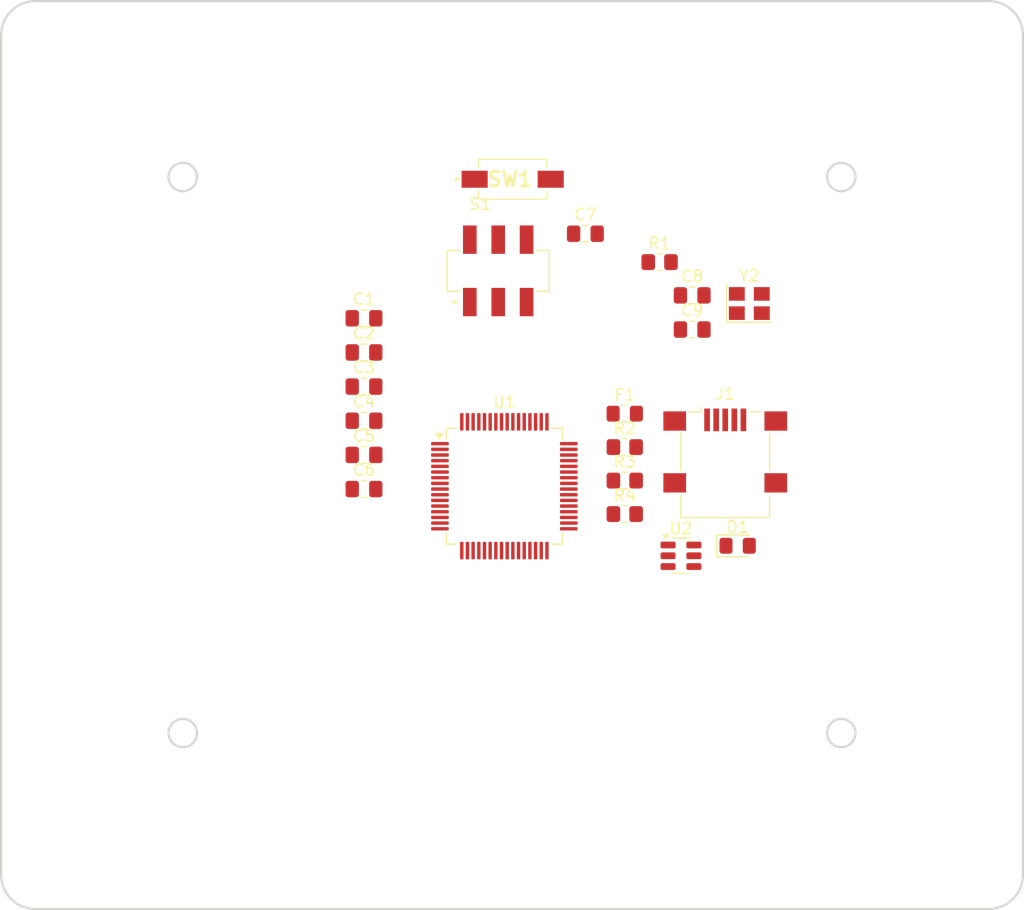
<source format=kicad_pcb>
(kicad_pcb (version 20241229) (generator "pcbnew") (generator_version "9.0")
  (layers (0 "F.Cu" signal) (2 "B.Cu" signal) (13 "F.Paste" user) (15 "B.Paste" user) (5 "F.SilkS" user "F.Silkscreen") (7 "B.SilkS" user "B.Silkscreen") (1 "F.Mask" user) (3 "B.Mask" user) (25 "Edge.Cuts" user))
  (net 0 "")
  (net 47 "/RESET")
  (net 54 "+3.3V")
  (net 55 "GND")
  (net 59 "/BOOT")
  (net 60 "Net-(R1-Pad2)")
  (net 61 "/OSC_OUT")
  (net 62 "/OSC_IN")
  (net 63 "Net-(D1-A)")
  (net 64 "Vusb")
  (net 65 "Net-(J1-VBUS)")
  (net 69 "/D+")
  (net 72 "/D-")
  (net 73 "/USB_CONN_D+")
  (net 74 "/USB_CONN_D-")
  (net 75 "/USB_D+")
  (net 76 "/USB_D-")
  (footprint "Resistor_SMD:R_0805_2012Metric_Pad1.20x1.40mm_HandSolder" (layer "F.Cu") (at 121.93 93.255)
    (property "Reference" "R3" (at 0 -1.65 0) (layer "F.SilkS"))
    (property "Value" "22")
    (fp_line (start -0.227064 -0.735) (end 0.227064 -0.735) (stroke (width 0.12)) (layer "F.SilkS"))
    (fp_line (start -0.227064 0.735) (end 0.227064 0.735) (stroke (width 0.12)) (layer "F.SilkS"))
    (pad "1" smd roundrect (at -1 0) (size 1.2 1.4) (layers "F.Cu" "F.Mask" "F.Paste") (roundrect_rratio 0.208333) (net 72 "/D-"))
    (pad "2" smd roundrect (at 1 0) (size 1.2 1.4) (layers "F.Cu" "F.Mask" "F.Paste") (roundrect_rratio 0.208333) (net 74 "/USB_CONN_D-"))
  )
  (footprint "SW_uP_Reset:SW_uP_Reset" (layer "F.Cu") (at 112.0575 66.695)
    (property "Reference" "SW1" (at -0.25 0 0) (layer "F.SilkS") (effects (font (size 1.27 1.27) (thickness 0.254))))
    (property "Value" "SW_uP_RESET" (hide yes))
    (fp_line (start -4.9 -0.1) (end -4.9 -0.1) (stroke (width 0.2)) (layer "F.SilkS"))
    (fp_line (start -4.9 0.1) (end -4.9 0.1) (stroke (width 0.2)) (layer "F.SilkS"))
    (fp_line (start -3 -1.75) (end 3 -1.75) (stroke (width 0.1)) (layer "F.SilkS"))
    (fp_line (start -3 -1) (end -3 -1.75) (stroke (width 0.1)) (layer "F.SilkS"))
    (fp_line (start -3 1) (end -3 1.75) (stroke (width 0.1)) (layer "F.SilkS"))
    (fp_line (start -3 1.75) (end 3 1.75) (stroke (width 0.1)) (layer "F.SilkS"))
    (fp_line (start 3 -1.75) (end 3 -1) (stroke (width 0.1)) (layer "F.SilkS"))
    (fp_line (start 3 1.75) (end 3 1) (stroke (width 0.1)) (layer "F.SilkS"))
    (fp_arc (start -4.9 -0.1) (mid -4.8 0) (end -4.9 0.1) (stroke (width 0.2)) (layer "F.SilkS"))
    (fp_arc (start -4.9 0.1) (mid -5 0) (end -4.9 -0.1) (stroke (width 0.2)) (layer "F.SilkS"))
    (pad "1" smd rect (at -3.35 0 90) (size 1.5 2.3) (layers "F.Cu" "F.Mask" "F.Paste") (net 55 "GND"))
    (pad "2" smd rect (at 3.35 0 90) (size 1.5 2.3) (layers "F.Cu" "F.Mask" "F.Paste") (net 47 "/RESET"))
  )
  (footprint "uP_reset_Button:SW_JS202011SCQN" (layer "F.Cu") (at 110.7825 74.77)
    (property "Reference" "S1" (at -1.575 -5.885 0) (layer "F.SilkS"))
    (property "Value" "JS202011SCQN")
    (fp_line (start -4.5 -1.8) (end -4.5 1.8) (stroke (width 0.127)) (layer "F.SilkS"))
    (fp_line (start -4.5 1.8) (end -3.42 1.8) (stroke (width 0.127)) (layer "F.SilkS"))
    (fp_line (start -3.42 -1.8) (end -4.5 -1.8) (stroke (width 0.127)) (layer "F.SilkS"))
    (fp_line (start 3.42 1.8) (end 4.5 1.8) (stroke (width 0.127)) (layer "F.SilkS"))
    (fp_line (start 4.5 -1.8) (end 3.42 -1.8) (stroke (width 0.127)) (layer "F.SilkS"))
    (fp_line (start 4.5 1.8) (end 4.5 -1.8) (stroke (width 0.127)) (layer "F.SilkS"))
    (fp_circle (center -3.84 2.75) (end -3.74 2.75) (stroke (width 0.2)) (fill no) (layer "F.SilkS"))
    (pad "1" smd rect (at -2.5 2.75) (size 1.2 2.5) (layers "F.Cu" "F.Mask" "F.Paste") (net 54 "+3.3V"))
    (pad "2" smd rect (at 0 2.75) (size 1.2 2.5) (layers "F.Cu" "F.Mask" "F.Paste") (net 60 "Net-(R1-Pad2)"))
    (pad "3" smd rect (at 2.5 2.75) (size 1.2 2.5) (layers "F.Cu" "F.Mask" "F.Paste") (net 55 "GND"))
    (pad "4" smd rect (at -2.5 -2.75) (size 1.2 2.5) (layers "F.Cu" "F.Mask" "F.Paste"))
    (pad "5" smd rect (at 0 -2.75) (size 1.2 2.5) (layers "F.Cu" "F.Mask" "F.Paste"))
    (pad "6" smd rect (at 2.5 -2.75) (size 1.2 2.5) (layers "F.Cu" "F.Mask" "F.Paste"))
  )
  (footprint "Capacitor_SMD:C_0805_2012Metric_Pad1.18x1.45mm_HandSolder" (layer "F.Cu") (at 98.9625 84.969999)
    (property "Reference" "C3" (at 0 -1.68 0) (layer "F.SilkS"))
    (property "Value" "0.1 uF")
    (fp_line (start -0.261252 -0.735) (end 0.261252 -0.735) (stroke (width 0.12)) (layer "F.SilkS"))
    (fp_line (start -0.261252 0.735) (end 0.261252 0.735) (stroke (width 0.12)) (layer "F.SilkS"))
    (pad "1" smd roundrect (at -1.0375 0) (size 1.175 1.45) (layers "F.Cu" "F.Mask" "F.Paste") (roundrect_rratio 0.212766) (net 54 "+3.3V"))
    (pad "2" smd roundrect (at 1.0375 0) (size 1.175 1.45) (layers "F.Cu" "F.Mask" "F.Paste") (roundrect_rratio 0.212766) (net 55 "GND"))
  )
  (footprint "Package_TO_SOT_SMD:SOT-23-6" (layer "F.Cu") (at 126.88 99.88)
    (property "Reference" "U2" (at 0 -2.4 0) (layer "F.SilkS"))
    (property "Value" "USBLC6-2SC6")
    (fp_line (start 0 -1.56) (end -0.8 -1.56) (stroke (width 0.12)) (layer "F.SilkS"))
    (fp_line (start 0 -1.56) (end 0.8 -1.56) (stroke (width 0.12)) (layer "F.SilkS"))
    (fp_line (start 0 1.56) (end -0.8 1.56) (stroke (width 0.12)) (layer "F.SilkS"))
    (fp_line (start 0 1.56) (end 0.8 1.56) (stroke (width 0.12)) (layer "F.SilkS"))
    (fp_poly (pts (xy -1.3 -1.51) (xy -1.54 -1.84) (xy -1.06 -1.84)) (stroke (width 0.12)) (fill yes) (layer "F.SilkS"))
    (pad "1" smd roundrect (at -1.1375 -0.95) (size 1.325 0.6) (layers "F.Cu" "F.Mask" "F.Paste") (net 74 "/USB_CONN_D-"))
    (pad "2" smd roundrect (at -1.1375 0) (size 1.325 0.6) (layers "F.Cu" "F.Mask" "F.Paste") (net 55 "GND"))
    (pad "3" smd roundrect (at -1.1375 0.95) (size 1.325 0.6) (layers "F.Cu" "F.Mask" "F.Paste") (net 73 "/USB_CONN_D+"))
    (pad "4" smd roundrect (at 1.1375 0.95) (size 1.325 0.6) (layers "F.Cu" "F.Mask" "F.Paste") (net 75 "/USB_D+"))
    (pad "5" smd roundrect (at 1.1375 0) (size 1.325 0.6) (layers "F.Cu" "F.Mask" "F.Paste") (net 64 "Vusb"))
    (pad "6" smd roundrect (at 1.1375 -0.95) (size 1.325 0.6) (layers "F.Cu" "F.Mask" "F.Paste") (net 76 "/USB_D-"))
  )
  (footprint "Capacitor_SMD:C_0805_2012Metric_Pad1.18x1.45mm_HandSolder" (layer "F.Cu") (at 98.9625 78.949999)
    (property "Reference" "C1" (at 0 -1.68 0) (layer "F.SilkS"))
    (property "Value" "0.1 uF")
    (fp_line (start -0.261252 -0.735) (end 0.261252 -0.735) (stroke (width 0.12)) (layer "F.SilkS"))
    (fp_line (start -0.261252 0.735) (end 0.261252 0.735) (stroke (width 0.12)) (layer "F.SilkS"))
    (pad "1" smd roundrect (at -1.0375 0) (size 1.175 1.45) (layers "F.Cu" "F.Mask" "F.Paste") (roundrect_rratio 0.212766) (net 54 "+3.3V"))
    (pad "2" smd roundrect (at 1.0375 0) (size 1.175 1.45) (layers "F.Cu" "F.Mask" "F.Paste") (roundrect_rratio 0.212766) (net 55 "GND"))
  )
  (footprint "Resistor_SMD:R_0805_2012Metric_Pad1.20x1.40mm_HandSolder" (layer "F.Cu") (at 125 74)
    (property "Reference" "R1" (at 0 -1.65 0) (layer "F.SilkS"))
    (property "Value" "10k")
    (fp_line (start -0.227064 -0.735) (end 0.227064 -0.735) (stroke (width 0.12)) (layer "F.SilkS"))
    (fp_line (start -0.227064 0.735) (end 0.227064 0.735) (stroke (width 0.12)) (layer "F.SilkS"))
    (pad "1" smd roundrect (at -1 0) (size 1.2 1.4) (layers "F.Cu" "F.Mask" "F.Paste") (roundrect_rratio 0.208333) (net 59 "/BOOT"))
    (pad "2" smd roundrect (at 1 0) (size 1.2 1.4) (layers "F.Cu" "F.Mask" "F.Paste") (roundrect_rratio 0.208333) (net 60 "Net-(R1-Pad2)"))
  )
  (footprint "Capacitor_SMD:C_0805_2012Metric_Pad1.18x1.45mm_HandSolder" (layer "F.Cu") (at 98.9625 81.959999)
    (property "Reference" "C2" (at 0 -1.68 0) (layer "F.SilkS"))
    (property "Value" "0.1 uF")
    (fp_line (start -0.261252 -0.735) (end 0.261252 -0.735) (stroke (width 0.12)) (layer "F.SilkS"))
    (fp_line (start -0.261252 0.735) (end 0.261252 0.735) (stroke (width 0.12)) (layer "F.SilkS"))
    (pad "1" smd roundrect (at -1.0375 0) (size 1.175 1.45) (layers "F.Cu" "F.Mask" "F.Paste") (roundrect_rratio 0.212766) (net 54 "+3.3V"))
    (pad "2" smd roundrect (at 1.0375 0) (size 1.175 1.45) (layers "F.Cu" "F.Mask" "F.Paste") (roundrect_rratio 0.212766) (net 55 "GND"))
  )
  (footprint "Resistor_SMD:R_0805_2012Metric_Pad1.20x1.40mm_HandSolder" (layer "F.Cu") (at 121.93 96.205)
    (property "Reference" "R4" (at 0 -1.65 0) (layer "F.SilkS"))
    (property "Value" "10k")
    (fp_line (start -0.227064 -0.735) (end 0.227064 -0.735) (stroke (width 0.12)) (layer "F.SilkS"))
    (fp_line (start -0.227064 0.735) (end 0.227064 0.735) (stroke (width 0.12)) (layer "F.SilkS"))
    (pad "1" smd roundrect (at -1 0) (size 1.2 1.4) (layers "F.Cu" "F.Mask" "F.Paste") (roundrect_rratio 0.208333) (net 65 "Net-(J1-VBUS)"))
    (pad "2" smd roundrect (at 1 0) (size 1.2 1.4) (layers "F.Cu" "F.Mask" "F.Paste") (roundrect_rratio 0.208333) (net 63 "Net-(D1-A)"))
  )
  (footprint "Fuse:Fuse_0805_2012Metric_Pad1.15x1.40mm_HandSolder" (layer "F.Cu") (at 121.93 87.355)
    (property "Reference" "F1" (at 0 -1.65 0) (layer "F.SilkS"))
    (property "Value" "PTCSMD")
    (fp_line (start -0.261252 -0.71) (end 0.261252 -0.71) (stroke (width 0.12)) (layer "F.SilkS"))
    (fp_line (start -0.261252 0.71) (end 0.261252 0.71) (stroke (width 0.12)) (layer "F.SilkS"))
    (pad "1" smd roundrect (at -1.025 0) (size 1.15 1.4) (layers "F.Cu" "F.Mask" "F.Paste") (roundrect_rratio 0.217391) (net 64 "Vusb"))
    (pad "2" smd roundrect (at 1.025 0) (size 1.15 1.4) (layers "F.Cu" "F.Mask" "F.Paste") (roundrect_rratio 0.217391) (net 65 "Net-(J1-VBUS)"))
  )
  (footprint "Connector_USB:USB_Mini-B_Lumberg_2486_01_Horizontal" (layer "F.Cu") (at 130.78 90.605)
    (property "Reference" "J1" (at 0 -5 0) (layer "F.SilkS"))
    (property "Value" "USB_B_Mini")
    (fp_line (start -3.91 1.74) (end -3.91 -1.49) (stroke (width 0.12)) (layer "F.SilkS"))
    (fp_line (start -3.91 5.91) (end -3.91 3.96) (stroke (width 0.12)) (layer "F.SilkS"))
    (fp_line (start -3.19 -3.41) (end -2.11 -3.41) (stroke (width 0.12)) (layer "F.SilkS"))
    (fp_line (start -2.11 -3.41) (end -2.11 -3.84) (stroke (width 0.12)) (layer "F.SilkS"))
    (fp_line (start 2.11 -3.41) (end 3.19 -3.41) (stroke (width 0.12)) (layer "F.SilkS"))
    (fp_line (start 3.91 1.74) (end 3.91 -1.49) (stroke (width 0.12)) (layer "F.SilkS"))
    (fp_line (start 3.91 5.91) (end -3.91 5.91) (stroke (width 0.12)) (layer "F.SilkS"))
    (fp_line (start 3.91 5.91) (end 3.91 3.96) (stroke (width 0.12)) (layer "F.SilkS"))
    (pad "" np_thru_hole circle (at -2.2 0) (size 1 1) (drill 1) (layers "*.Cu" "*.Mask"))
    (pad "" np_thru_hole circle (at 2.2 0) (size 1 1) (drill 1) (layers "*.Cu" "*.Mask"))
    (pad "1" smd rect (at -1.6 -2.7) (size 0.5 2) (layers "F.Cu" "F.Mask" "F.Paste") (net 65 "Net-(J1-VBUS)"))
    (pad "2" smd rect (at -0.8 -2.7) (size 0.5 2) (layers "F.Cu" "F.Mask" "F.Paste") (net 72 "/D-"))
    (pad "3" smd rect (at 0 -2.7) (size 0.5 2) (layers "F.Cu" "F.Mask" "F.Paste") (net 69 "/D+"))
    (pad "4" smd rect (at 0.8 -2.7) (size 0.5 2) (layers "F.Cu" "F.Mask" "F.Paste"))
    (pad "5" smd rect (at 1.6 -2.7) (size 0.5 2) (layers "F.Cu" "F.Mask" "F.Paste") (net 55 "GND"))
    (pad "6" smd rect (at -4.45 -2.6) (size 2 1.7) (layers "F.Cu" "F.Mask" "F.Paste"))
    (pad "6" smd rect (at -4.45 2.85) (size 2 1.7) (layers "F.Cu" "F.Mask" "F.Paste"))
    (pad "6" smd rect (at 4.45 -2.6) (size 2 1.7) (layers "F.Cu" "F.Mask" "F.Paste"))
    (pad "6" smd rect (at 4.45 2.85) (size 2 1.7) (layers "F.Cu" "F.Mask" "F.Paste"))
  )
  (footprint "LED_SMD:LED_0805_2012Metric_Pad1.15x1.40mm_HandSolder" (layer "F.Cu") (at 131.875 99)
    (property "Reference" "D1" (at 0 -1.65 0) (layer "F.SilkS"))
    (property "Value" "USB_PWR_LED")
    (fp_line (start -1.86 -0.96) (end -1.86 0.96) (stroke (width 0.12)) (layer "F.SilkS"))
    (fp_line (start -1.86 0.96) (end 1 0.96) (stroke (width 0.12)) (layer "F.SilkS"))
    (fp_line (start 1 -0.96) (end -1.86 -0.96) (stroke (width 0.12)) (layer "F.SilkS"))
    (pad "1" smd roundrect (at -1.025 0) (size 1.15 1.4) (layers "F.Cu" "F.Mask" "F.Paste") (roundrect_rratio 0.217391) (net 55 "GND"))
    (pad "2" smd roundrect (at 1.025 0) (size 1.15 1.4) (layers "F.Cu" "F.Mask" "F.Paste") (roundrect_rratio 0.217391) (net 63 "Net-(D1-A)"))
  )
  (footprint "Capacitor_SMD:C_0805_2012Metric_Pad1.18x1.45mm_HandSolder" (layer "F.Cu") (at 98.9625 90.989999)
    (property "Reference" "C5" (at 0 -1.68 0) (layer "F.SilkS"))
    (property "Value" "0.1 uF")
    (fp_line (start -0.261252 -0.735) (end 0.261252 -0.735) (stroke (width 0.12)) (layer "F.SilkS"))
    (fp_line (start -0.261252 0.735) (end 0.261252 0.735) (stroke (width 0.12)) (layer "F.SilkS"))
    (pad "1" smd roundrect (at -1.0375 0) (size 1.175 1.45) (layers "F.Cu" "F.Mask" "F.Paste") (roundrect_rratio 0.212766) (net 54 "+3.3V"))
    (pad "2" smd roundrect (at 1.0375 0) (size 1.175 1.45) (layers "F.Cu" "F.Mask" "F.Paste") (roundrect_rratio 0.212766) (net 55 "GND"))
  )
  (footprint "Capacitor_SMD:C_0805_2012Metric_Pad1.18x1.45mm_HandSolder" (layer "F.Cu") (at 118.4625 71.5)
    (property "Reference" "C7" (at 0 -1.68 0) (layer "F.SilkS"))
    (property "Value" "0.01uF")
    (fp_line (start -0.261252 -0.735) (end 0.261252 -0.735) (stroke (width 0.12)) (layer "F.SilkS"))
    (fp_line (start -0.261252 0.735) (end 0.261252 0.735) (stroke (width 0.12)) (layer "F.SilkS"))
    (pad "1" smd roundrect (at -1.0375 0) (size 1.175 1.45) (layers "F.Cu" "F.Mask" "F.Paste") (roundrect_rratio 0.212766) (net 55 "GND"))
    (pad "2" smd roundrect (at 1.0375 0) (size 1.175 1.45) (layers "F.Cu" "F.Mask" "F.Paste") (roundrect_rratio 0.212766) (net 47 "/RESET"))
  )
  (footprint "Capacitor_SMD:C_0805_2012Metric_Pad1.18x1.45mm_HandSolder" (layer "F.Cu") (at 98.9625 87.979999)
    (property "Reference" "C4" (at 0 -1.68 0) (layer "F.SilkS"))
    (property "Value" "0.1 uF")
    (fp_line (start -0.261252 -0.735) (end 0.261252 -0.735) (stroke (width 0.12)) (layer "F.SilkS"))
    (fp_line (start -0.261252 0.735) (end 0.261252 0.735) (stroke (width 0.12)) (layer "F.SilkS"))
    (pad "1" smd roundrect (at -1.0375 0) (size 1.175 1.45) (layers "F.Cu" "F.Mask" "F.Paste") (roundrect_rratio 0.212766) (net 54 "+3.3V"))
    (pad "2" smd roundrect (at 1.0375 0) (size 1.175 1.45) (layers "F.Cu" "F.Mask" "F.Paste") (roundrect_rratio 0.212766) (net 55 "GND"))
  )
  (footprint "Capacitor_SMD:C_0805_2012Metric_Pad1.18x1.45mm_HandSolder" (layer "F.Cu") (at 127.87 79.94)
    (property "Reference" "C9" (at 0 -1.68 0) (layer "F.SilkS"))
    (property "Value" "22pF")
    (fp_line (start -0.261252 -0.735) (end 0.261252 -0.735) (stroke (width 0.12)) (layer "F.SilkS"))
    (fp_line (start -0.261252 0.735) (end 0.261252 0.735) (stroke (width 0.12)) (layer "F.SilkS"))
    (pad "1" smd roundrect (at -1.0375 0) (size 1.175 1.45) (layers "F.Cu" "F.Mask" "F.Paste") (roundrect_rratio 0.212766) (net 62 "/OSC_IN"))
    (pad "2" smd roundrect (at 1.0375 0) (size 1.175 1.45) (layers "F.Cu" "F.Mask" "F.Paste") (roundrect_rratio 0.212766) (net 55 "GND"))
  )
  (footprint "Package_QFP:LQFP-64_10x10mm_P0.5mm" (layer "F.Cu") (at 111.325 93.749999)
    (property "Reference" "U1" (at 0 -7.4 0) (layer "F.SilkS"))
    (property "Value" "STM32F103RCTx")
    (fp_line (start -5.11 -5.11) (end -5.11 -4.16) (stroke (width 0.12)) (layer "F.SilkS"))
    (fp_line (start -5.11 5.11) (end -5.11 4.16) (stroke (width 0.12)) (layer "F.SilkS"))
    (fp_line (start -4.16 -5.11) (end -5.11 -5.11) (stroke (width 0.12)) (layer "F.SilkS"))
    (fp_line (start -4.16 5.11) (end -5.11 5.11) (stroke (width 0.12)) (layer "F.SilkS"))
    (fp_line (start 4.16 -5.11) (end 5.11 -5.11) (stroke (width 0.12)) (layer "F.SilkS"))
    (fp_line (start 4.16 5.11) (end 5.11 5.11) (stroke (width 0.12)) (layer "F.SilkS"))
    (fp_line (start 5.11 -5.11) (end 5.11 -4.16) (stroke (width 0.12)) (layer "F.SilkS"))
    (fp_line (start 5.11 5.11) (end 5.11 4.16) (stroke (width 0.12)) (layer "F.SilkS"))
    (fp_poly (pts (xy -5.725 -4.16) (xy -6.065 -4.63) (xy -5.385 -4.63)) (stroke (width 0.12)) (fill yes) (layer "F.SilkS"))
    (pad "1" smd roundrect (at -5.675 -3.75) (size 1.55 0.3) (layers "F.Cu" "F.Mask" "F.Paste"))
    (pad "2" smd roundrect (at -5.675 -3.25) (size 1.55 0.3) (layers "F.Cu" "F.Mask" "F.Paste"))
    (pad "3" smd roundrect (at -5.675 -2.75) (size 1.55 0.3) (layers "F.Cu" "F.Mask" "F.Paste"))
    (pad "4" smd roundrect (at -5.675 -2.25) (size 1.55 0.3) (layers "F.Cu" "F.Mask" "F.Paste"))
    (pad "5" smd roundrect (at -5.675 -1.75) (size 1.55 0.3) (layers "F.Cu" "F.Mask" "F.Paste"))
    (pad "6" smd roundrect (at -5.675 -1.25) (size 1.55 0.3) (layers "F.Cu" "F.Mask" "F.Paste"))
    (pad "7" smd roundrect (at -5.675 -0.75) (size 1.55 0.3) (layers "F.Cu" "F.Mask" "F.Paste") (net 47 "/RESET"))
    (pad "8" smd roundrect (at -5.675 -0.25) (size 1.55 0.3) (layers "F.Cu" "F.Mask" "F.Paste"))
    (pad "9" smd roundrect (at -5.675 0.25) (size 1.55 0.3) (layers "F.Cu" "F.Mask" "F.Paste"))
    (pad "10" smd roundrect (at -5.675 0.75) (size 1.55 0.3) (layers "F.Cu" "F.Mask" "F.Paste"))
    (pad "11" smd roundrect (at -5.675 1.25) (size 1.55 0.3) (layers "F.Cu" "F.Mask" "F.Paste"))
    (pad "12" smd roundrect (at -5.675 1.75) (size 1.55 0.3) (layers "F.Cu" "F.Mask" "F.Paste") (net 55 "GND"))
    (pad "13" smd roundrect (at -5.675 2.25) (size 1.55 0.3) (layers "F.Cu" "F.Mask" "F.Paste") (net 54 "+3.3V"))
    (pad "14" smd roundrect (at -5.675 2.75) (size 1.55 0.3) (layers "F.Cu" "F.Mask" "F.Paste"))
    (pad "15" smd roundrect (at -5.675 3.25) (size 1.55 0.3) (layers "F.Cu" "F.Mask" "F.Paste"))
    (pad "16" smd roundrect (at -5.675 3.75) (size 1.55 0.3) (layers "F.Cu" "F.Mask" "F.Paste"))
    (pad "17" smd roundrect (at -3.75 5.675) (size 0.3 1.55) (layers "F.Cu" "F.Mask" "F.Paste"))
    (pad "18" smd roundrect (at -3.25 5.675) (size 0.3 1.55) (layers "F.Cu" "F.Mask" "F.Paste") (net 55 "GND"))
    (pad "19" smd roundrect (at -2.75 5.675) (size 0.3 1.55) (layers "F.Cu" "F.Mask" "F.Paste") (net 54 "+3.3V"))
    (pad "20" smd roundrect (at -2.25 5.675) (size 0.3 1.55) (layers "F.Cu" "F.Mask" "F.Paste"))
    (pad "21" smd roundrect (at -1.75 5.675) (size 0.3 1.55) (layers "F.Cu" "F.Mask" "F.Paste"))
    (pad "22" smd roundrect (at -1.25 5.675) (size 0.3 1.55) (layers "F.Cu" "F.Mask" "F.Paste"))
    (pad "23" smd roundrect (at -0.75 5.675) (size 0.3 1.55) (layers "F.Cu" "F.Mask" "F.Paste"))
    (pad "24" smd roundrect (at -0.25 5.675) (size 0.3 1.55) (layers "F.Cu" "F.Mask" "F.Paste"))
    (pad "25" smd roundrect (at 0.25 5.675) (size 0.3 1.55) (layers "F.Cu" "F.Mask" "F.Paste"))
    (pad "26" smd roundrect (at 0.75 5.675) (size 0.3 1.55) (layers "F.Cu" "F.Mask" "F.Paste"))
    (pad "27" smd roundrect (at 1.25 5.675) (size 0.3 1.55) (layers "F.Cu" "F.Mask" "F.Paste"))
    (pad "28" smd roundrect (at 1.75 5.675) (size 0.3 1.55) (layers "F.Cu" "F.Mask" "F.Paste"))
    (pad "29" smd roundrect (at 2.25 5.675) (size 0.3 1.55) (layers "F.Cu" "F.Mask" "F.Paste"))
    (pad "30" smd roundrect (at 2.75 5.675) (size 0.3 1.55) (layers "F.Cu" "F.Mask" "F.Paste"))
    (pad "31" smd roundrect (at 3.25 5.675) (size 0.3 1.55) (layers "F.Cu" "F.Mask" "F.Paste") (net 55 "GND"))
    (pad "32" smd roundrect (at 3.75 5.675) (size 0.3 1.55) (layers "F.Cu" "F.Mask" "F.Paste") (net 54 "+3.3V"))
    (pad "33" smd roundrect (at 5.675 3.75) (size 1.55 0.3) (layers "F.Cu" "F.Mask" "F.Paste"))
    (pad "34" smd roundrect (at 5.675 3.25) (size 1.55 0.3) (layers "F.Cu" "F.Mask" "F.Paste"))
    (pad "35" smd roundrect (at 5.675 2.75) (size 1.55 0.3) (layers "F.Cu" "F.Mask" "F.Paste"))
    (pad "36" smd roundrect (at 5.675 2.25) (size 1.55 0.3) (layers "F.Cu" "F.Mask" "F.Paste"))
    (pad "37" smd roundrect (at 5.675 1.75) (size 1.55 0.3) (layers "F.Cu" "F.Mask" "F.Paste"))
    (pad "38" smd roundrect (at 5.675 1.25) (size 1.55 0.3) (layers "F.Cu" "F.Mask" "F.Paste"))
    (pad "39" smd roundrect (at 5.675 0.75) (size 1.55 0.3) (layers "F.Cu" "F.Mask" "F.Paste"))
    (pad "40" smd roundrect (at 5.675 0.25) (size 1.55 0.3) (layers "F.Cu" "F.Mask" "F.Paste"))
    (pad "41" smd roundrect (at 5.675 -0.25) (size 1.55 0.3) (layers "F.Cu" "F.Mask" "F.Paste"))
    (pad "42" smd roundrect (at 5.675 -0.75) (size 1.55 0.3) (layers "F.Cu" "F.Mask" "F.Paste"))
    (pad "43" smd roundrect (at 5.675 -1.25) (size 1.55 0.3) (layers "F.Cu" "F.Mask" "F.Paste"))
    (pad "44" smd roundrect (at 5.675 -1.75) (size 1.55 0.3) (layers "F.Cu" "F.Mask" "F.Paste"))
    (pad "45" smd roundrect (at 5.675 -2.25) (size 1.55 0.3) (layers "F.Cu" "F.Mask" "F.Paste"))
    (pad "46" smd roundrect (at 5.675 -2.75) (size 1.55 0.3) (layers "F.Cu" "F.Mask" "F.Paste"))
    (pad "47" smd roundrect (at 5.675 -3.25) (size 1.55 0.3) (layers "F.Cu" "F.Mask" "F.Paste") (net 55 "GND"))
    (pad "48" smd roundrect (at 5.675 -3.75) (size 1.55 0.3) (layers "F.Cu" "F.Mask" "F.Paste") (net 54 "+3.3V"))
    (pad "49" smd roundrect (at 3.75 -5.675) (size 0.3 1.55) (layers "F.Cu" "F.Mask" "F.Paste"))
    (pad "50" smd roundrect (at 3.25 -5.675) (size 0.3 1.55) (layers "F.Cu" "F.Mask" "F.Paste"))
    (pad "51" smd roundrect (at 2.75 -5.675) (size 0.3 1.55) (layers "F.Cu" "F.Mask" "F.Paste"))
    (pad "52" smd roundrect (at 2.25 -5.675) (size 0.3 1.55) (layers "F.Cu" "F.Mask" "F.Paste"))
    (pad "53" smd roundrect (at 1.75 -5.675) (size 0.3 1.55) (layers "F.Cu" "F.Mask" "F.Paste"))
    (pad "54" smd roundrect (at 1.25 -5.675) (size 0.3 1.55) (layers "F.Cu" "F.Mask" "F.Paste"))
    (pad "55" smd roundrect (at 0.75 -5.675) (size 0.3 1.55) (layers "F.Cu" "F.Mask" "F.Paste"))
    (pad "56" smd roundrect (at 0.25 -5.675) (size 0.3 1.55) (layers "F.Cu" "F.Mask" "F.Paste"))
    (pad "57" smd roundrect (at -0.25 -5.675) (size 0.3 1.55) (layers "F.Cu" "F.Mask" "F.Paste"))
    (pad "58" smd roundrect (at -0.75 -5.675) (size 0.3 1.55) (layers "F.Cu" "F.Mask" "F.Paste"))
    (pad "59" smd roundrect (at -1.25 -5.675) (size 0.3 1.55) (layers "F.Cu" "F.Mask" "F.Paste"))
    (pad "60" smd roundrect (at -1.75 -5.675) (size 0.3 1.55) (layers "F.Cu" "F.Mask" "F.Paste") (net 59 "/BOOT"))
    (pad "61" smd roundrect (at -2.25 -5.675) (size 0.3 1.55) (layers "F.Cu" "F.Mask" "F.Paste"))
    (pad "62" smd roundrect (at -2.75 -5.675) (size 0.3 1.55) (layers "F.Cu" "F.Mask" "F.Paste"))
    (pad "63" smd roundrect (at -3.25 -5.675) (size 0.3 1.55) (layers "F.Cu" "F.Mask" "F.Paste") (net 55 "GND"))
    (pad "64" smd roundrect (at -3.75 -5.675) (size 0.3 1.55) (layers "F.Cu" "F.Mask" "F.Paste") (net 54 "+3.3V"))
  )
  (footprint "Resistor_SMD:R_0805_2012Metric_Pad1.20x1.40mm_HandSolder" (layer "F.Cu") (at 121.93 90.305)
    (property "Reference" "R2" (at 0 -1.65 0) (layer "F.SilkS"))
    (property "Value" "22")
    (fp_line (start -0.227064 -0.735) (end 0.227064 -0.735) (stroke (width 0.12)) (layer "F.SilkS"))
    (fp_line (start -0.227064 0.735) (end 0.227064 0.735) (stroke (width 0.12)) (layer "F.SilkS"))
    (pad "1" smd roundrect (at -1 0) (size 1.2 1.4) (layers "F.Cu" "F.Mask" "F.Paste") (roundrect_rratio 0.208333) (net 69 "/D+"))
    (pad "2" smd roundrect (at 1 0) (size 1.2 1.4) (layers "F.Cu" "F.Mask" "F.Paste") (roundrect_rratio 0.208333) (net 73 "/USB_CONN_D+"))
  )
  (footprint "Capacitor_SMD:C_0805_2012Metric_Pad1.18x1.45mm_HandSolder" (layer "F.Cu") (at 98.9625 93.999999)
    (property "Reference" "C6" (at 0 -1.68 0) (layer "F.SilkS"))
    (property "Value" "10 uF")
    (fp_line (start -0.261252 -0.735) (end 0.261252 -0.735) (stroke (width 0.12)) (layer "F.SilkS"))
    (fp_line (start -0.261252 0.735) (end 0.261252 0.735) (stroke (width 0.12)) (layer "F.SilkS"))
    (pad "1" smd roundrect (at -1.0375 0) (size 1.175 1.45) (layers "F.Cu" "F.Mask" "F.Paste") (roundrect_rratio 0.212766) (net 54 "+3.3V"))
    (pad "2" smd roundrect (at 1.0375 0) (size 1.175 1.45) (layers "F.Cu" "F.Mask" "F.Paste") (roundrect_rratio 0.212766) (net 55 "GND"))
  )
  (footprint "Capacitor_SMD:C_0805_2012Metric_Pad1.18x1.45mm_HandSolder" (layer "F.Cu") (at 127.87 76.93)
    (property "Reference" "C8" (at 0 -1.68 0) (layer "F.SilkS"))
    (property "Value" "22pF")
    (fp_line (start -0.261252 -0.735) (end 0.261252 -0.735) (stroke (width 0.12)) (layer "F.SilkS"))
    (fp_line (start -0.261252 0.735) (end 0.261252 0.735) (stroke (width 0.12)) (layer "F.SilkS"))
    (pad "1" smd roundrect (at -1.0375 0) (size 1.175 1.45) (layers "F.Cu" "F.Mask" "F.Paste") (roundrect_rratio 0.212766) (net 61 "/OSC_OUT"))
    (pad "2" smd roundrect (at 1.0375 0) (size 1.175 1.45) (layers "F.Cu" "F.Mask" "F.Paste") (roundrect_rratio 0.212766) (net 55 "GND"))
  )
  (footprint "Crystal:Crystal_SMD_Abracon_ABM8G-4Pin_3.2x2.5mm" (layer "F.Cu") (at 132.9 77.65)
    (property "Reference" "Y2" (at 0 -2.45 0) (layer "F.SilkS"))
    (property "Value" "16M hz")
    (fp_line (start -2 -1.65) (end -2 1.65) (stroke (width 0.12)) (layer "F.SilkS"))
    (fp_line (start -2 1.65) (end 2 1.65) (stroke (width 0.12)) (layer "F.SilkS"))
    (pad "1" smd rect (at -1.1 0.85) (size 1.4 1.2) (layers "F.Cu" "F.Mask" "F.Paste") (net 62 "/OSC_IN"))
    (pad "2" smd rect (at 1.1 0.85) (size 1.4 1.2) (layers "F.Cu" "F.Mask" "F.Paste") (net 55 "GND"))
    (pad "3" smd rect (at 1.1 -0.85) (size 1.4 1.2) (layers "F.Cu" "F.Mask" "F.Paste") (net 61 "/OSC_OUT"))
    (pad "4" smd rect (at -1.1 -0.85) (size 1.4 1.2) (layers "F.Cu" "F.Mask" "F.Paste") (net 55 "GND"))
  )
  (gr_line (start 67 127.999999) (end 67 54.000001) (stroke (width 0.2)) (layer "Edge.Cuts"))
  (gr_line (start 154 51) (end 70.000001 51) (stroke (width 0.2)) (layer "Edge.Cuts"))
  (gr_arc (start 70.000001 131) (mid 67.87868 130.12132) (end 67 127.999999) (stroke (width 0.2)) (layer "Edge.Cuts"))
  (gr_circle (center 141 115.5) (end 142.25 115.5) (stroke (width 0.2)) (fill no) (layer "Edge.Cuts"))
  (gr_circle (center 83 66.5) (end 84.25 66.5) (stroke (width 0.2)) (fill no) (layer "Edge.Cuts"))
  (gr_arc (start 67 54.000001) (mid 67.87868 51.87868) (end 70.000001 51) (stroke (width 0.2)) (layer "Edge.Cuts"))
  (gr_arc (start 154 51) (mid 156.12132 51.87868) (end 157 54) (stroke (width 0.2)) (layer "Edge.Cuts"))
  (gr_line (start 154 131) (end 70.000001 131) (stroke (width 0.2)) (layer "Edge.Cuts"))
  (gr_arc (start 157 128) (mid 156.12132 130.12132) (end 154 131) (stroke (width 0.2)) (layer "Edge.Cuts"))
  (gr_line (start 157 128) (end 157 54) (stroke (width 0.2)) (layer "Edge.Cuts"))
  (gr_circle (center 83 115.5) (end 84.25 115.5) (stroke (width 0.2)) (fill no) (layer "Edge.Cuts"))
  (gr_circle (center 141 66.5) (end 142.25 66.5) (stroke (width 0.2)) (fill no) (layer "Edge.Cuts"))
)
</source>
